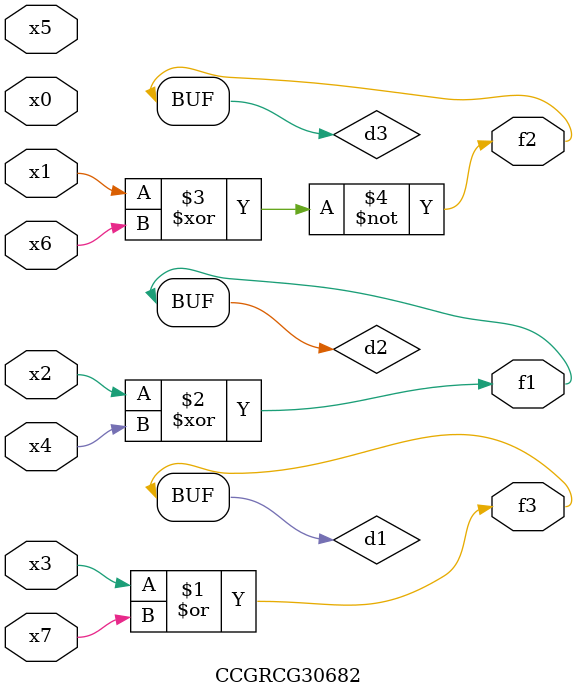
<source format=v>
module CCGRCG30682(
	input x0, x1, x2, x3, x4, x5, x6, x7,
	output f1, f2, f3
);

	wire d1, d2, d3;

	or (d1, x3, x7);
	xor (d2, x2, x4);
	xnor (d3, x1, x6);
	assign f1 = d2;
	assign f2 = d3;
	assign f3 = d1;
endmodule

</source>
